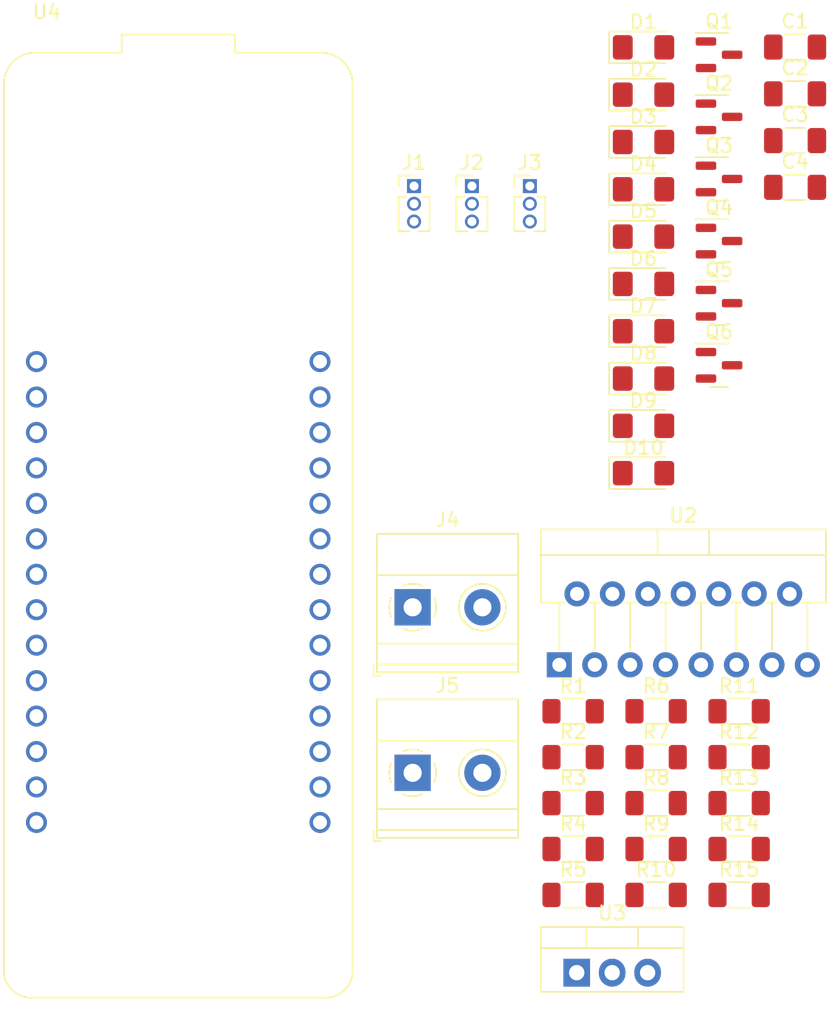
<source format=kicad_pcb>
(kicad_pcb (version 20221018) (generator pcbnew)
  (layers (0 "F.Cu" signal) (31 "B.Cu" signal) (34 "B.Paste" user) (35 "F.Paste" user) (36 "B.SilkS" user "B.Silkscreen") (37 "F.SilkS" user "F.Silkscreen") (38 "B.Mask" user) (39 "F.Mask" user) (44 "Edge.Cuts" user))
  (net 0 "")
  (net 1 "+5V")
  (net 2 "Earth")
  (net 3 "+12V")
  (net 4 "/Vin")
  (net 5 "Net-(J5-Pin_2)")
  (net 6 "+3V3")
  (net 7 "/S3_IN")
  (net 8 "/S4_IN")
  (net 9 "/S5_IN")
  (net 10 "Net-(D7-A)")
  (net 11 "Net-(D10-K)")
  (net 12 "Net-(J1-Pin_1)")
  (net 13 "Net-(J1-Pin_2)")
  (net 14 "Net-(J2-Pin_1)")
  (net 15 "Net-(J2-Pin_2)")
  (net 16 "Net-(J3-Pin_1)")
  (net 17 "Net-(J3-Pin_2)")
  (net 18 "Net-(Q1-B)")
  (net 19 "Net-(Q2-B)")
  (net 20 "Net-(Q3-B)")
  (net 21 "Net-(Q4-B)")
  (net 22 "Net-(Q4-C)")
  (net 23 "Net-(Q5-B)")
  (net 24 "Net-(Q5-C)")
  (net 25 "Net-(Q6-B)")
  (net 26 "Net-(Q6-C)")
  (net 27 "/S3_EN")
  (net 28 "/S4_EN")
  (net 29 "/S5_EN")
  (net 36 "/D2_IN")
  (net 37 "/D_EN")
  (net 38 "/D1_IN")
  (net 59 "/S1_EN")
  (footprint "Package_TO_SOT_SMD:SOT-23" (layer "F.Cu") (at 176.56 91.45)
    (fp_text reference "Q6" (at 0 -2.4) (layer "F.SilkS"))
    (fp_text value "2N3904")
    (fp_line (start 0 -1.56) (end -1.675 -1.56) (stroke (width 0.12)) (layer "F.SilkS"))
    (fp_line (start 0 -1.56) (end 0.65 -1.56) (stroke (width 0.12)) (layer "F.SilkS"))
    (fp_line (start 0 1.56) (end -0.65 1.56) (stroke (width 0.12)) (layer "F.SilkS"))
    (fp_line (start 0 1.56) (end 0.65 1.56) (stroke (width 0.12)) (layer "F.SilkS"))
    (pad "1" smd roundrect (at -0.9375 -0.95) (size 1.475 0.6) (layers "F.Cu" "F.Paste" "F.Mask") (net 2 "Earth"))
    (pad "2" smd roundrect (at -0.9375 0.95) (size 1.475 0.6) (layers "F.Cu" "F.Paste" "F.Mask") (net 25 "Net-(Q6-B)"))
    (pad "3" smd roundrect (at 0.9375 0) (size 1.475 0.6) (layers "F.Cu" "F.Paste" "F.Mask") (net 26 "Net-(Q6-C)"))
  )
  (footprint "Diode_SMD:D_1206_3216Metric_Pad1.42x1.75mm_HandSolder" (layer "F.Cu") (at 171.145 72.06)
    (fp_text reference "D2" (at 0 -1.82) (layer "F.SilkS"))
    (fp_text value "1N5711UR")
    (fp_line (start -2.46 -1.135) (end -2.46 1.135) (stroke (width 0.12)) (layer "F.SilkS"))
    (fp_line (start -2.46 1.135) (end 1.6 1.135) (stroke (width 0.12)) (layer "F.SilkS"))
    (fp_line (start 1.6 -1.135) (end -2.46 -1.135) (stroke (width 0.12)) (layer "F.SilkS"))
    (pad "1" smd roundrect (at -1.4875 0) (size 1.425 1.75) (layers "F.Cu" "F.Paste" "F.Mask") (roundrect_rratio 0.175439) (net 7 "/S3_IN"))
    (pad "2" smd roundrect (at 1.4875 0) (size 1.425 1.75) (layers "F.Cu" "F.Paste" "F.Mask") (roundrect_rratio 0.175439) (net 2 "Earth"))
  )
  (footprint "Capacitor_SMD:C_1206_3216Metric_Pad1.33x1.80mm_HandSolder" (layer "F.Cu") (at 182.01 68.65)
    (fp_text reference "C1" (at 0 -1.85) (layer "F.SilkS"))
    (fp_text value "0.1u")
    (fp_line (start -0.711252 -0.91) (end 0.711252 -0.91) (stroke (width 0.12)) (layer "F.SilkS"))
    (fp_line (start -0.711252 0.91) (end 0.711252 0.91) (stroke (width 0.12)) (layer "F.SilkS"))
    (pad "1" smd roundrect (at -1.5625 0) (size 1.325 1.8) (layers "F.Cu" "F.Paste" "F.Mask") (roundrect_rratio 0.188679) (net 1 "+5V"))
    (pad "2" smd roundrect (at 1.5625 0) (size 1.325 1.8) (layers "F.Cu" "F.Paste" "F.Mask") (roundrect_rratio 0.188679) (net 2 "Earth"))
  )
  (footprint "Capacitor_SMD:C_1206_3216Metric_Pad1.33x1.80mm_HandSolder" (layer "F.Cu") (at 182.01 72)
    (fp_text reference "C2" (at 0 -1.85) (layer "F.SilkS"))
    (fp_text value "0.1u")
    (fp_line (start -0.711252 -0.91) (end 0.711252 -0.91) (stroke (width 0.12)) (layer "F.SilkS"))
    (fp_line (start -0.711252 0.91) (end 0.711252 0.91) (stroke (width 0.12)) (layer "F.SilkS"))
    (pad "1" smd roundrect (at -1.5625 0) (size 1.325 1.8) (layers "F.Cu" "F.Paste" "F.Mask") (roundrect_rratio 0.188679) (net 3 "+12V"))
    (pad "2" smd roundrect (at 1.5625 0) (size 1.325 1.8) (layers "F.Cu" "F.Paste" "F.Mask") (roundrect_rratio 0.188679) (net 2 "Earth"))
  )
  (footprint "Resistor_SMD:R_1206_3216Metric_Pad1.30x1.75mm_HandSolder" (layer "F.Cu") (at 166.1 119.53)
    (fp_text reference "R2" (at 0 -1.82) (layer "F.SilkS"))
    (fp_text value "3.3k")
    (fp_line (start -0.727064 -0.91) (end 0.727064 -0.91) (stroke (width 0.12)) (layer "F.SilkS"))
    (fp_line (start -0.727064 0.91) (end 0.727064 0.91) (stroke (width 0.12)) (layer "F.SilkS"))
    (pad "1" smd roundrect (at -1.55 0) (size 1.3 1.75) (layers "F.Cu" "F.Paste" "F.Mask") (roundrect_rratio 0.192308) (net 7 "/S3_IN"))
    (pad "2" smd roundrect (at 1.55 0) (size 1.3 1.75) (layers "F.Cu" "F.Paste" "F.Mask") (roundrect_rratio 0.192308) (net 2 "Earth"))
  )
  (footprint "Resistor_SMD:R_1206_3216Metric_Pad1.30x1.75mm_HandSolder" (layer "F.Cu") (at 172.05 122.82)
    (fp_text reference "R8" (at 0 -1.82) (layer "F.SilkS"))
    (fp_text value "4.7k")
    (fp_line (start -0.727064 -0.91) (end 0.727064 -0.91) (stroke (width 0.12)) (layer "F.SilkS"))
    (fp_line (start -0.727064 0.91) (end 0.727064 0.91) (stroke (width 0.12)) (layer "F.SilkS"))
    (pad "1" smd roundrect (at -1.55 0) (size 1.3 1.75) (layers "F.Cu" "F.Paste" "F.Mask") (roundrect_rratio 0.192308) (net 24 "Net-(Q5-C)"))
    (pad "2" smd roundrect (at 1.55 0) (size 1.3 1.75) (layers "F.Cu" "F.Paste" "F.Mask") (roundrect_rratio 0.192308) (net 19 "Net-(Q2-B)"))
  )
  (footprint "Package_TO_SOT_SMD:SOT-23" (layer "F.Cu") (at 176.56 87)
    (fp_text reference "Q5" (at 0 -2.4) (layer "F.SilkS"))
    (fp_text value "2N3904")
    (fp_line (start 0 -1.56) (end -1.675 -1.56) (stroke (width 0.12)) (layer "F.SilkS"))
    (fp_line (start 0 -1.56) (end 0.65 -1.56) (stroke (width 0.12)) (layer "F.SilkS"))
    (fp_line (start 0 1.56) (end -0.65 1.56) (stroke (width 0.12)) (layer "F.SilkS"))
    (fp_line (start 0 1.56) (end 0.65 1.56) (stroke (width 0.12)) (layer "F.SilkS"))
    (pad "1" smd roundrect (at -0.9375 -0.95) (size 1.475 0.6) (layers "F.Cu" "F.Paste" "F.Mask") (net 2 "Earth"))
    (pad "2" smd roundrect (at -0.9375 0.95) (size 1.475 0.6) (layers "F.Cu" "F.Paste" "F.Mask") (net 23 "Net-(Q5-B)"))
    (pad "3" smd roundrect (at 0.9375 0) (size 1.475 0.6) (layers "F.Cu" "F.Paste" "F.Mask") (net 24 "Net-(Q5-C)"))
  )
  (footprint "Diode_SMD:D_1206_3216Metric_Pad1.42x1.75mm_HandSolder" (layer "F.Cu") (at 171.145 95.79)
    (fp_text reference "D9" (at 0 -1.82) (layer "F.SilkS"))
    (fp_text value "1N4007")
    (fp_line (start -2.46 -1.135) (end -2.46 1.135) (stroke (width 0.12)) (layer "F.SilkS"))
    (fp_line (start -2.46 1.135) (end 1.6 1.135) (stroke (width 0.12)) (layer "F.SilkS"))
    (fp_line (start 1.6 -1.135) (end -2.46 -1.135) (stroke (width 0.12)) (layer "F.SilkS"))
    (pad "1" smd roundrect (at -1.4875 0) (size 1.425 1.75) (layers "F.Cu" "F.Paste" "F.Mask") (roundrect_rratio 0.175439) (net 3 "+12V"))
    (pad "2" smd roundrect (at 1.4875 0) (size 1.425 1.75) (layers "F.Cu" "F.Paste" "F.Mask") (roundrect_rratio 0.175439) (net 11 "Net-(D10-K)"))
  )
  (footprint "SimbolosSnapEDA:BOARD_ARDUINO_MKR_WAN_1310" (layer "F.Cu") (at 137.8 102.9)
    (fp_text reference "U4" (at -9.425 -36.775) (layer "F.SilkS"))
    (fp_text value "ARDUINO_MKR_WAN_1310")
    (fp_line (start -12.5 -31.6) (end -12.5 32.15) (stroke (width 0.127)) (layer "F.SilkS"))
    (fp_line (start -10.25 33.85) (end 10.25 33.85) (stroke (width 0.127)) (layer "F.SilkS"))
    (fp_line (start -4.05 -35.15) (end -4.05 -33.85) (stroke (width 0.127)) (layer "F.SilkS"))
    (fp_line (start -4.05 -33.85) (end -10.25 -33.85) (stroke (width 0.127)) (layer "F.SilkS"))
    (fp_line (start 4.05 -35.15) (end -4.05 -35.15) (stroke (width 0.127)) (layer "F.SilkS"))
    (fp_line (start 4.05 -33.85) (end 4.05 -35.15) (stroke (width 0.127)) (layer "F.SilkS"))
    (fp_line (start 10.25 -33.85) (end 4.05 -33.85) (stroke (width 0.127)) (layer "F.SilkS"))
    (fp_line (start 10.25 -33.85) (end 10.3 -33.85) (stroke (width 0.127)) (layer "F.SilkS"))
    (fp_line (start 12.5 32.15) (end 12.5 -31.6) (stroke (width 0.127)) (layer "F.SilkS"))
    (fp_arc (start -12.5 -31.6) (mid -11.84099 -33.19099) (end -10.25 -33.85) (stroke (width 0.127)) (layer "F.SilkS"))
    (fp_arc (start -10.25 33.85) (mid -11.727082 33.46599) (end -12.5 32.15) (stroke (width 0.127)) (layer "F.SilkS"))
    (fp_arc (start 10.25 -33.85) (mid 11.84099 -33.19099) (end 12.5 -31.6) (stroke (width 0.127)) (layer "F.SilkS"))
    (fp_arc (start 12.5 32.15) (mid 11.727082 33.46599) (end 10.25 33.85) (stroke (width 0.127)) (layer "F.SilkS"))
    (pad "" np_thru_hole circle (at -10.25 -31.6) (size 2.2 2.2) (drill 2.2) (layers "*.Cu" "*.Mask"))
    (pad "" np_thru_hole circle (at -10.25 25.4) (size 2.2 2.2) (drill 2.2) (layers "*.Cu" "*.Mask"))
    (pad "" np_thru_hole circle (at 10.25 -31.6) (size 2.2 2.2) (drill 2.2) (layers "*.Cu" "*.Mask"))
    (pad "" np_thru_hole circle (at 10.25 25.4) (size 2.2 2.2) (drill 2.2) (layers "*.Cu" "*.Mask"))
    (pad "J3_1" thru_hole circle (at -10.16 -11.7152) (size 1.508 1.508) (drill 1) (layers "*.Cu" "*.Mask") (net 7 "/S3_IN"))
    (pad "J3_2" thru_hole circle (at -10.16 -9.1752) (size 1.508 1.508) (drill 1) (layers "*.Cu" "*.Mask"))
    (pad "J3_3" thru_hole circle (at -10.16 -6.6352) (size 1.508 1.508) (drill 1) (layers "*.Cu" "*.Mask"))
    (pad "J3_4" thru_hole circle (at -10.16 -4.0952) (size 1.508 1.508) (drill 1) (layers "*.Cu" "*.Mask"))
    (pad "J3_5" thru_hole circle (at -10.16 -1.5552) (size 1.508 1.508) (drill 1) (layers "*.Cu" "*.Mask") (net 8 "/S4_IN"))
    (pad "J3_6" thru_hole circle (at -10.16 0.9848) (size 1.508 1.508) (drill 1) (layers "*.Cu" "*.Mask") (net 9 "/S5_IN"))
    (pad "J3_7" thru_hole circle (at -10.16 3.5248) (size 1.508 1.508) (drill 1) (layers "*.Cu" "*.Mask"))
    (pad "J3_8" thru_hole circle (at -10.16 6.0648) (size 1.508 1.508) (drill 1) (layers "*.Cu" "*.Mask"))
    (pad "J3_9" thru_hole circle (at -10.16 8.6048) (size 1.508 1.508) (drill 1) (layers "*.Cu" "*.Mask") (net 27 "/S3_EN"))
    (pad "J3_10" thru_hole circle (at -10.16 11.1448) (size 1.508 1.508) (drill 1) (layers "*.Cu" "*.Mask"))
    (pad "J3_11" thru_hole circle (at -10.16 13.6848) (size 1.508 1.508) (drill 1) (layers "*.Cu" "*.Mask"))
    (pad "J3_12" thru_hole circle (at -10.16 16.2248) (size 1.508 1.508) (drill 1) (layers "*.Cu" "*.Mask"))
    (pad "J3_13" thru_hole circle (at -10.16 18.7648) (size 1.508 1.508) (drill 1) (layers "*.Cu" "*.Mask"))
    (pad "J3_14" thru_hole circle (at -10.16 21.3048) (size 1.508 1.508) (drill 1) (layers "*.Cu" "*.Mask"))
    (pad "J5_1" thru_hole circle (at 10.16 21.3048) (size 1.508 1.508) (drill 1) (layers "*.Cu" "*.Mask"))
    (pad "J5_2" thru_hole circle (at 10.16 18.7648) (size 1.508 1.508) (drill 1) (layers "*.Cu" "*.Mask"))
    (pad "J5_3" thru_hole circle (at 10.16 16.2248) (size 1.508 1.508) (drill 1) (layers "*.Cu" "*.Mask"))
    (pad "J5_4" thru_hole circle (at 10.16 13.6848) (size 1.508 1.508) (drill 1) (layers "*.Cu" "*.Mask"))
    (pad "J5_5" thru_hole circle (at 10.16 11.1448) (size 1.508 1.508) (drill 1) (layers "*.Cu" "*.Mask"))
    (pad "J5_6" thru_hole circle (at 10.16 8.6048) (size 1.508 1.508) (drill 1) (layers "*.Cu" "*.Mask"))
    (pad "J5_7" thru_hole circle (at 10.16 6.0648) (size 1.508 1.508) (drill 1) (layers "*.Cu" "*.Mask"))
    (pad "J5_8" thru_hole circle (at 10.16 3.5248) (size 1.508 1.508) (drill 1) (layers "*.Cu" "*.Mask"))
    (pad "J5_9" thru_hole circle (at 10.16 0.9848) (size 1.508 1.508) (drill 1) (layers "*.Cu" "*.Mask"))
    (pad "J5_10" thru_hole circle (at 10.16 -1.5552) (size 1.508 1.508) (drill 1) (layers "*.Cu" "*.Mask"))
    (pad "J5_11" thru_hole circle (at 10.16 -4.0952) (size 1.508 1.508) (drill 1) (layers "*.Cu" "*.Mask") (net 2 "Earth"))
    (pad "J5_12" thru_hole circle (at 10.16 -6.6352) (size 1.508 1.508) (drill 1) (layers "*.Cu" "*.Mask") (net 6 "+3V3"))
    (pad "J5_13" thru_hole circle (at 10.16 -9.1752) (size 1.508 1.508) (drill 1) (layers "*.Cu" "*.Mask") (net 4 "/Vin"))
    (pad "J5_14" thru_hole circle (at 10.16 -11.7152) (size 1.508 1.508) (drill 1) (layers "*.Cu" "*.Mask") (net 1 "+5V"))
  )
  (footprint "Resistor_SMD:R_1206_3216Metric_Pad1.30x1.75mm_HandSolder" (layer "F.Cu") (at 172.05 119.53)
    (fp_text reference "R7" (at 0 -1.82) (layer "F.SilkS"))
    (fp_text value "4.7k")
    (fp_line (start -0.727064 -0.91) (end 0.727064 -0.91) (stroke (width 0.12)) (layer "F.SilkS"))
    (fp_line (start -0.727064 0.91) (end 0.727064 0.91) (stroke (width 0.12)) (layer "F.SilkS"))
    (pad "1" smd roundrect (at -1.55 0) (size 1.3 1.75) (layers "F.Cu" "F.Paste" "F.Mask") (roundrect_rratio 0.192308) (net 22 "Net-(Q4-C)"))
    (pad "2" smd roundrect (at 1.55 0) (size 1.3 1.75) (layers "F.Cu" "F.Paste" "F.Mask") (roundrect_rratio 0.192308) (net 18 "Net-(Q1-B)"))
  )
  (footprint "Package_TO_SOT_SMD:SOT-23" (layer "F.Cu") (at 176.56 73.65)
    (fp_text reference "Q2" (at 0 -2.4) (layer "F.SilkS"))
    (fp_text value "2N3906")
    (fp_line (start 0 -1.56) (end -1.675 -1.56) (stroke (width 0.12)) (layer "F.SilkS"))
    (fp_line (start 0 -1.56) (end 0.65 -1.56) (stroke (width 0.12)) (layer "F.SilkS"))
    (fp_line (start 0 1.56) (end -0.65 1.56) (stroke (width 0.12)) (layer "F.SilkS"))
    (fp_line (start 0 1.56) (end 0.65 1.56) (stroke (width 0.12)) (layer "F.SilkS"))
    (pad "1" smd roundrect (at -0.9375 -0.95) (size 1.475 0.6) (layers "F.Cu" "F.Paste" "F.Mask") (net 1 "+5V"))
    (pad "2" smd roundrect (at -0.9375 0.95) (size 1.475 0.6) (layers "F.Cu" "F.Paste" "F.Mask") (net 19 "Net-(Q2-B)"))
    (pad "3" smd roundrect (at 0.9375 0) (size 1.475 0.6) (layers "F.Cu" "F.Paste" "F.Mask") (net 14 "Net-(J2-Pin_1)"))
  )
  (footprint "Connector_PinHeader_1.27mm:PinHeader_1x03_P1.27mm_Vertical" (layer "F.Cu") (at 163 78.61)
    (fp_text reference "J3" (at 0 -1.695) (layer "F.SilkS"))
    (fp_text value "Conn_01x03")
    (fp_line (start -1.11 -0.76) (end 0 -0.76) (stroke (width 0.12)) (layer "F.SilkS"))
    (fp_line (start -1.11 0) (end -1.11 -0.76) (stroke (width 0.12)) (layer "F.SilkS"))
    (fp_line (start -1.11 0.76) (end -1.11 3.235) (stroke (width 0.12)) (layer "F.SilkS"))
    (fp_line (start -1.11 0.76) (end -0.563471 0.76) (stroke (width 0.12)) (layer "F.SilkS"))
    (fp_line (start -1.11 3.235) (end -0.30753 3.235) (stroke (width 0.12)) (layer "F.SilkS"))
    (fp_line (start 0.30753 3.235) (end 1.11 3.235) (stroke (width 0.12)) (layer "F.SilkS"))
    (fp_line (start 0.563471 0.76) (end 1.11 0.76) (stroke (width 0.12)) (layer "F.SilkS"))
    (fp_line (start 1.11 0.76) (end 1.11 3.235) (stroke (width 0.12)) (layer "F.SilkS"))
    (pad "1" thru_hole rect (at 0 0) (size 1 1) (drill 0.65) (layers "*.Cu" "*.Mask") (net 16 "Net-(J3-Pin_1)"))
    (pad "2" thru_hole oval (at 0 1.27) (size 1 1) (drill 0.65) (layers "*.Cu" "*.Mask") (net 17 "Net-(J3-Pin_2)"))
    (pad "3" thru_hole oval (at 0 2.54) (size 1 1) (drill 0.65) (layers "*.Cu" "*.Mask") (net 2 "Earth"))
  )
  (footprint "Connector_PinHeader_1.27mm:PinHeader_1x03_P1.27mm_Vertical" (layer "F.Cu") (at 158.85 78.61)
    (fp_text reference "J2" (at 0 -1.695) (layer "F.SilkS"))
    (fp_text value "Conn_01x03")
    (fp_line (start -1.11 -0.76) (end 0 -0.76) (stroke (width 0.12)) (layer "F.SilkS"))
    (fp_line (start -1.11 0) (end -1.11 -0.76) (stroke (width 0.12)) (layer "F.SilkS"))
    (fp_line (start -1.11 0.76) (end -1.11 3.235) (stroke (width 0.12)) (layer "F.SilkS"))
    (fp_line (start -1.11 0.76) (end -0.563471 0.76) (stroke (width 0.12)) (layer "F.SilkS"))
    (fp_line (start -1.11 3.235) (end -0.30753 3.235) (stroke (width 0.12)) (layer "F.SilkS"))
    (fp_line (start 0.30753 3.235) (end 1.11 3.235) (stroke (width 0.12)) (layer "F.SilkS"))
    (fp_line (start 0.563471 0.76) (end 1.11 0.76) (stroke (width 0.12)) (layer "F.SilkS"))
    (fp_line (start 1.11 0.76) (end 1.11 3.235) (stroke (width 0.12)) (layer "F.SilkS"))
    (pad "1" thru_hole rect (at 0 0) (size 1 1) (drill 0.65) (layers "*.Cu" "*.Mask") (net 14 "Net-(J2-Pin_1)"))
    (pad "2" thru_hole oval (at 0 1.27) (size 1 1) (drill 0.65) (layers "*.Cu" "*.Mask") (net 15 "Net-(J2-Pin_2)"))
    (pad "3" thru_hole oval (at 0 2.54) (size 1 1) (drill 0.65) (layers "*.Cu" "*.Mask") (net 2 "Earth"))
  )
  (footprint "Resistor_SMD:R_1206_3216Metric_Pad1.30x1.75mm_HandSolder" (layer "F.Cu") (at 166.1 116.24)
    (fp_text reference "R1" (at 0 -1.82) (layer "F.SilkS"))
    (fp_text value "1.7k")
    (fp_line (start -0.727064 -0.91) (end 0.727064 -0.91) (stroke (width 0.12)) (layer "F.SilkS"))
    (fp_line (start -0.727064 0.91) (end 0.727064 0.91) (stroke (width 0.12)) (layer "F.SilkS"))
    (pad "1" smd roundrect (at -1.55 0) (size 1.3 1.75) (layers "F.Cu" "F.Paste" "F.Mask") (roundrect_rratio 0.192308) (net 13 "Net-(J1-Pin_2)"))
    (pad "2" smd roundrect (at 1.55 0) (size 1.3 1.75) (layers "F.Cu" "F.Paste" "F.Mask") (roundrect_rratio 0.192308) (net 7 "/S3_IN"))
  )
  (footprint "Diode_SMD:D_1206_3216Metric_Pad1.42x1.75mm_HandSolder" (layer "F.Cu") (at 171.145 82.23)
    (fp_text reference "D5" (at 0 -1.82) (layer "F.SilkS"))
    (fp_text value "1N5711UR")
    (fp_line (start -2.46 -1.135) (end -2.46 1.135) (stroke (width 0.12)) (layer "F.SilkS"))
    (fp_line (start -2.46 1.135) (end 1.6 1.135) (stroke (width 0.12)) (layer "F.SilkS"))
    (fp_line (start 1.6 -1.135) (end -2.46 -1.135) (stroke (width 0.12)) (layer "F.SilkS"))
    (pad "1" smd roundrect (at -1.4875 0) (size 1.425 1.75) (layers "F.Cu" "F.Paste" "F.Mask") (roundrect_rratio 0.175439) (net 6 "+3V3"))
    (pad "2" smd roundrect (at 1.4875 0) (size 1.425 1.75) (layers "F.Cu" "F.Paste" "F.Mask") (roundrect_rratio 0.175439) (net 9 "/S5_IN"))
  )
  (footprint "Diode_SMD:D_1206_3216Metric_Pad1.42x1.75mm_HandSolder" (layer "F.Cu") (at 171.145 89.01)
    (fp_text reference "D7" (at 0 -1.82) (layer "F.SilkS"))
    (fp_text value "1N4007")
    (fp_line (start -2.46 -1.135) (end -2.46 1.135) (stroke (width 0.12)) (layer "F.SilkS"))
    (fp_line (start -2.46 1.135) (end 1.6 1.135) (stroke (width 0.12)) (layer "F.SilkS"))
    (fp_line (start 1.6 -1.135) (end -2.46 -1.135) (stroke (width 0.12)) (layer "F.SilkS"))
    (pad "1" smd roundrect (at -1.4875 0) (size 1.425 1.75) (layers "F.Cu" "F.Paste" "F.Mask") (roundrect_rratio 0.175439) (net 3 "+12V"))
    (pad "2" smd roundrect (at 1.4875 0) (size 1.425 1.75) (layers "F.Cu" "F.Paste" "F.Mask") (roundrect_rratio 0.175439) (net 10 "Net-(D7-A)"))
  )
  (footprint "Diode_SMD:D_1206_3216Metric_Pad1.42x1.75mm_HandSolder" (layer "F.Cu") (at 171.145 92.4)
    (fp_text reference "D8" (at 0 -1.82) (layer "F.SilkS"))
    (fp_text value "1N4007")
    (fp_line (start -2.46 -1.135) (end -2.46 1.135) (stroke (width 0.12)) (layer "F.SilkS"))
    (fp_line (start -2.46 1.135) (end 1.6 1.135) (stroke (width 0.12)) (layer "F.SilkS"))
    (fp_line (start 1.6 -1.135) (end -2.46 -1.135) (stroke (width 0.12)) (layer "F.SilkS"))
    (pad "1" smd roundrect (at -1.4875 0) (size 1.425 1.75) (layers "F.Cu" "F.Paste" "F.Mask") (roundrect_rratio 0.175439) (net 10 "Net-(D7-A)"))
    (pad "2" smd roundrect (at 1.4875 0) (size 1.425 1.75) (layers "F.Cu" "F.Paste" "F.Mask") (roundrect_rratio 0.175439) (net 2 "Earth"))
  )
  (footprint "Resistor_SMD:R_1206_3216Metric_Pad1.30x1.75mm_HandSolder" (layer "F.Cu") (at 172.05 126.11)
    (fp_text reference "R9" (at 0 -1.82) (layer "F.SilkS"))
    (fp_text value "4.7k")
    (fp_line (start -0.727064 -0.91) (end 0.727064 -0.91) (stroke (width 0.12)) (layer "F.SilkS"))
    (fp_line (start -0.727064 0.91) (end 0.727064 0.91) (stroke (width 0.12)) (layer "F.SilkS"))
    (pad "1" smd roundrect (at -1.55 0) (size 1.3 1.75) (layers "F.Cu" "F.Paste" "F.Mask") (roundrect_rratio 0.192308) (net 26 "Net-(Q6-C)"))
    (pad "2" smd roundrect (at 1.55 0) (size 1.3 1.75) (layers "F.Cu" "F.Paste" "F.Mask") (roundrect_rratio 0.192308) (net 20 "Net-(Q3-B)"))
  )
  (footprint "Diode_SMD:D_1206_3216Metric_Pad1.42x1.75mm_HandSolder" (layer "F.Cu") (at 171.145 85.62)
    (fp_text reference "D6" (at 0 -1.82) (layer "F.SilkS"))
    (fp_text value "1N5711UR")
    (fp_line (start -2.46 -1.135) (end -2.46 1.135) (stroke (width 0.12)) (layer "F.SilkS"))
    (fp_line (start -2.46 1.135) (end 1.6 1.135) (stroke (width 0.12)) (layer "F.SilkS"))
    (fp_line (start 1.6 -1.135) (end -2.46 -1.135) (stroke (width 0.12)) (layer "F.SilkS"))
    (pad "1" smd roundrect (at -1.4875 0) (size 1.425 1.75) (layers "F.Cu" "F.Paste" "F.Mask") (roundrect_rratio 0.175439) (net 9 "/S5_IN"))
    (pad "2" smd roundrect (at 1.4875 0) (size 1.425 1.75) (layers "F.Cu" "F.Paste" "F.Mask") (roundrect_rratio 0.175439) (net 2 "Earth"))
  )
  (footprint "Resistor_SMD:R_1206_3216Metric_Pad1.30x1.75mm_HandSolder" (layer "F.Cu") (at 178 116.24)
    (fp_text reference "R11" (at 0 -1.82) (layer "F.SilkS"))
    (fp_text value "10k")
    (fp_line (start -0.727064 -0.91) (end 0.727064 -0.91) (stroke (width 0.12)) (layer "F.SilkS"))
    (fp_line (start -0.727064 0.91) (end 0.727064 0.91) (stroke (width 0.12)) (layer "F.SilkS"))
    (pad "1" smd roundrect (at -1.55 0) (size 1.3 1.75) (layers "F.Cu" "F.Paste" "F.Mask") (roundrect_rratio 0.192308) (net 24 "Net-(Q5-C)"))
    (pad "2" smd roundrect (at 1.55 0) (size 1.3 1.75) (layers "F.Cu" "F.Paste" "F.Mask") (roundrect_rratio 0.192308) (net 6 "+3V3"))
  )
  (footprint "Resistor_SMD:R_1206_3216Metric_Pad1.30x1.75mm_HandSolder" (layer "F.Cu") (at 178 126.11)
    (fp_text reference "R14" (at 0 -1.82) (layer "F.SilkS"))
    (fp_text value "27k")
    (fp_line (start -0.727064 -0.91) (end 0.727064 -0.91) (stroke (width 0.12)) (layer "F.SilkS"))
    (fp_line (start -0.727064 0.91) (end 0.727064 0.91) (stroke (width 0.12)) (layer "F.SilkS"))
    (pad "1" smd roundrect (at -1.55 0) (size 1.3 1.75) (layers "F.Cu" "F.Paste" "F.Mask") (roundrect_rratio 0.192308) (net 23 "Net-(Q5-B)"))
    (pad "2" smd roundrect (at 1.55 0) (size 1.3 1.75) (layers "F.Cu" "F.Paste" "F.Mask") (roundrect_rratio 0.192308) (net 28 "/S4_EN"))
  )
  (footprint "Resistor_SMD:R_1206_3216Metric_Pad1.30x1.75mm_HandSolder" (layer "F.Cu") (at 166.1 126.11)
    (fp_text reference "R4" (at 0 -1.82) (layer "F.SilkS"))
    (fp_text value "3.3k")
    (fp_line (start -0.727064 -0.91) (end 0.727064 -0.91) (stroke (width 0.12)) (layer "F.SilkS"))
    (fp_line (start -0.727064 0.91) (end 0.727064 0.91) (stroke (width 0.12)) (layer "F.SilkS"))
    (pad "1" smd roundrect (at -1.55 0) (size 1.3 1.75) (layers "F.Cu" "F.Paste" "F.Mask") (roundrect_rratio 0.192308) (net 8 "/S4_IN"))
    (pad "2" smd roundrect (at 1.55 0) (size 1.3 1.75) (layers "F.Cu" "F.Paste" "F.Mask") (roundrect_rratio 0.192308) (net 2 "Earth"))
  )
  (footprint "Package_TO_SOT_SMD:SOT-23" (layer "F.Cu") (at 176.56 78.1)
    (fp_text reference "Q3" (at 0 -2.4) (layer "F.SilkS"))
    (fp_text value "2N3906")
    (fp_line (start 0 -1.56) (end -1.675 -1.56) (stroke (width 0.12)) (layer "F.SilkS"))
    (fp_line (start 0 -1.56) (end 0.65 -1.56) (stroke (width 0.12)) (layer "F.SilkS"))
    (fp_line (start 0 1.56) (end -0.65 1.56) (stroke (width 0.12)) (layer "F.SilkS"))
    (fp_line (start 0 1.56) (end 0.65 1.56) (stroke (width 0.12)) (layer "F.SilkS"))
    (pad "1" smd roundrect (at -0.9375 -0.95) (size 1.475 0.6) (layers "F.Cu" "F.Paste" "F.Mask") (net 1 "+5V"))
    (pad "2" smd roundrect (at -0.9375 0.95) (size 1.475 0.6) (layers "F.Cu" "F.Paste" "F.Mask") (net 20 "Net-(Q3-B)"))
    (pad "3" smd roundrect (at 0.9375 0) (size 1.475 0.6) (layers "F.Cu" "F.Paste" "F.Mask") (net 16 "Net-(J3-Pin_1)"))
  )
  (footprint "Diode_SMD:D_1206_3216Metric_Pad1.42x1.75mm_HandSolder" (layer "F.Cu") (at 171.145 68.67)
    (fp_text reference "D1" (at 0 -1.82) (layer "F.SilkS"))
    (fp_text value "1N5711UR")
    (fp_line (start -2.46 -1.135) (end -2.46 1.135) (stroke (width 0.12)) (layer "F.SilkS"))
    (fp_line (start -2.46 1.135) (end 1.6 1.135) (stroke (width 0.12)) (layer "F.SilkS"))
    (fp_line (start 1.6 -1.135) (end -2.46 -1.135) (stroke (width 0.12)) (layer "F.SilkS"))
    (pad "1" smd roundrect (at -1.4875 0) (size 1.425 1.75) (layers "F.Cu" "F.Paste" "F.Mask") (roundrect_rratio 0.175439) (net 6 "+3V3"))
    (pad "2" smd roundrect (at 1.4875 0) (size 1.425 1.75) (layers "F.Cu" "F.Paste" "F.Mask") (roundrect_rratio 0.175439) (net 7 "/S3_IN"))
  )
  (footprint "Diode_SMD:D_1206_3216Metric_Pad1.42x1.75mm_HandSolder" (layer "F.Cu") (at 171.145 78.84)
    (fp_text reference "D4" (at 0 -1.82) (layer "F.SilkS"))
    (fp_text value "1N5711UR")
    (fp_line (start -2.46 -1.135) (end -2.46 1.135) (stroke (width 0.12)) (layer "F.SilkS"))
    (fp_line (start -2.46 1.135) (end 1.6 1.135) (stroke (width 0.12)) (layer "F.SilkS"))
    (fp_line (start 1.6 -1.135) (end -2.46 -1.135) (stroke (width 0.12)) (layer "F.SilkS"))
    (pad "1" smd roundrect (at -1.4875 0) (size 1.425 1.75) (layers "F.Cu" "F.Paste" "F.Mask") (roundrect_rratio 0.175439) (net 8 "/S4_IN"))
    (pad "2" smd roundrect (at 1.4875 0) (size 1.425 1.75) (layers "F.Cu" "F.Paste" "F.Mask") (roundrect_rratio 0.175439) (net 2 "Earth"))
  )
  (footprint "Resistor_SMD:R_1206_3216Metric_Pad1.30x1.75mm_HandSolder" (layer "F.Cu") (at 166.1 122.82)
    (fp_text reference "R3" (at 0 -1.82) (layer "F.SilkS"))
    (fp_text value "1.7k")
    (fp_line (start -0.727064 -0.91) (end 0.727064 -0.91) (stroke (width 0.12)) (layer "F.SilkS"))
    (fp_line (start -0.727064 0.91) (end 0.727064 0.91) (stroke (width 0.12)) (layer "F.SilkS"))
    (pad "1" smd roundrect (at -1.55 0) (size 1.3 1.75) (layers "F.Cu" "F.Paste" "F.Mask") (roundrect_rratio 0.192308) (net 15 "Net-(J2-Pin_2)"))
    (pad "2" smd roundrect (at 1.55 0) (size 1.3 1.75) (layers "F.Cu" "F.Paste" "F.Mask") (roundrect_rratio 0.192308) (net 8 "/S4_IN"))
  )
  (footprint "Resistor_SMD:R_1206_3216Metric_Pad1.30x1.75mm_HandSolder" (layer "F.Cu") (at 178 129.4)
    (fp_text reference "R15" (at 0 -1.82) (layer "F.SilkS"))
    (fp_text value "27k")
    (fp_line (start -0.727064 -0.91) (end 0.727064 -0.91) (stroke (width 0.12)) (layer "F.SilkS"))
    (fp_line (start -0.727064 0.91) (end 0.727064 0.91) (stroke (width 0.12)) (layer "F.SilkS"))
    (pad "1" smd roundrect (at -1.55 0) (size 1.3 1.75) (layers "F.Cu" "F.Paste" "F.Mask") (roundrect_rratio 0.192308) (net 25 "Net-(Q6-B)"))
    (pad "2" smd roundrect (at 1.55 0) (size 1.3 1.75) (layers "F.Cu" "F.Paste" "F.Mask") (roundrect_rratio 0.192308) (net 29 "/S5_EN"))
  )
  (footprint "Capacitor_SMD:C_1206_3216Metric_Pad1.33x1.80mm_HandSolder" (layer "F.Cu") (at 182.01 78.7)
    (fp_text reference "C4" (at 0 -1.85) (layer "F.SilkS"))
    (fp_text value "0.33u")
    (fp_line (start -0.711252 -0.91) (end 0.711252 -0.91) (stroke (width 0.12)) (layer "F.SilkS"))
    (fp_line (start -0.711252 0.91) (end 0.711252 0.91) (stroke (width 0.12)) (layer "F.SilkS"))
    (pad "1" smd roundrect (at -1.5625 0) (size 1.325 1.8) (layers "F.Cu" "F.Paste" "F.Mask") (roundrect_rratio 0.188679) (net 5 "Net-(J5-Pin_2)"))
    (pad "2" smd roundrect (at 1.5625 0) (size 1.325 1.8) (layers "F.Cu" "F.Paste" "F.Mask") (roundrect_rratio 0.188679) (net 2 "Earth"))
  )
  (footprint "Package_TO_SOT_THT:TO-220-3_Vertical" (layer "F.Cu") (at 166.36 134.97)
    (fp_text reference "U3" (at 2.54 -4.27) (layer "F.SilkS"))
    (fp_text value "L7805")
    (fp_line (start -2.58 -3.27) (end -2.58 1.371) (stroke (width 0.12)) (layer "F.SilkS"))
    (fp_line (start -2.58 -3.27) (end 7.66 -3.27) (stroke (width 0.12)) (layer "F.SilkS"))
    (fp_line (start -2.58 -1.76) (end 7.66 -1.76) (stroke (width 0.12)) (layer "F.SilkS"))
    (fp_line (start -2.58 1.371) (end 7.66 1.371) (stroke (width 0.12)) (layer "F.SilkS"))
    (fp_line (start 0.69 -3.27) (end 0.69 -1.76) (stroke (width 0.12)) (layer "F.SilkS"))
    (fp_line (start 4.391 -3.27) (end 4.391 -1.76) (stroke (width 0.12)) (layer "F.SilkS"))
    (fp_line (start 7.66 -3.27) (end 7.66 1.371) (stroke (width 0.12)) (layer "F.SilkS"))
    (pad "1" thru_hole rect (at 0 0) (size 1.905 2) (drill 1.1) (layers "*.Cu" "*.Mask") (net 5 "Net-(J5-Pin_2)"))
    (pad "2" thru_hole oval (at 2.54 0) (size 1.905 2) (drill 1.1) (layers "*.Cu" "*.Mask") (net 2 "Earth"))
    (pad "3" thru_hole oval (at 5.08 0) (size 1.905 2) (drill 1.1) (layers "*.Cu" "*.Mask") (net 4 "/Vin"))
  )
  (footprint "Resistor_SMD:R_1206_3216Metric_Pad1.30x1.75mm_HandSolder" (layer "F.Cu") (at 172.05 129.4)
    (fp_text reference "R10" (at 0 -1.82) (layer "F.SilkS"))
    (fp_text value "10k")
    (fp_line (start -0.727064 -0.91) (end 0.727064 -0.91) (stroke (width 0.12)) (layer "F.SilkS"))
    (fp_line (start -0.727064 0.91) (end 0.727064 0.91) (stroke (width 0.12)) (layer "F.SilkS"))
    (pad "1" smd roundrect (at -1.55 0) (size 1.3 1.75) (layers "F.Cu" "F.Paste" "F.Mask") (roundrect_rratio 0.192308) (net 22 "Net-(Q4-C)"))
    (pad "2" smd roundrect (at 1.55 0) (size 1.3 1.75) (layers "F.Cu" "F.Paste" "F.Mask") (roundrect_rratio 0.192308) (net 6 "+3V3"))
  )
  (footprint "Capacitor_SMD:C_1206_3216Metric_Pad1.33x1.80mm_HandSolder" (layer "F.Cu") (at 182.01 75.35)
    (fp_text reference "C3" (at 0 -1.85) (layer "F.SilkS"))
    (fp_text value "0.1u")
    (fp_line (start -0.711252 -0.91) (end 0.711252 -0.91) (stroke (width 0.12)) (layer "F.SilkS"))
    (fp_line (start -0.711252 0.91) (end 0.711252 0.91) (stroke (width 0.12)) (layer "F.SilkS"))
    (pad "1" smd roundrect (at -1.5625 0) (size 1.325 1.8) (layers "F.Cu" "F.Paste" "F.Mask") (roundrect_rratio 0.188679) (net 4 "/Vin"))
    (pad "2" smd roundrect (at 1.5625 0) (size 1.325 1.8) (layers "F.Cu" "F.Paste" "F.Mask") (roundrect_rratio 0.188679) (net 2 "Earth"))
  )
  (footprint "Diode_SMD:D_1206_3216Metric_Pad1.42x1.75mm_HandSolder" (layer "F.Cu") (at 171.145 75.45)
    (fp_text reference "D3" (at 0 -1.82) (layer "F.SilkS"))
    (fp_text value "1N5711UR")
    (fp_line (start -2.46 -1.135) (end -2.46 1.135) (stroke (width 0.12)) (layer "F.SilkS"))
    (fp_line (start -2.46 1.135) (end 1.6 1.135) (stroke (width 0.12)) (layer "F.SilkS"))
    (fp_line (start 1.6 -1.135) (end -2.46 -1.135) (stroke (width 0.12)) (layer "F.SilkS"))
    (pad "1" smd roundrect (at -1.4875 0) (size 1.425 1.75) (layers "F.Cu" "F.Paste" "F.Mask") (roundrect_rratio 0.175439) (net 6 "+3V3"))
    (pad "2" smd roundrect (at 1.4875 0) (size 1.425 1.75) (layers "F.Cu" "F.Paste" "F.Mask") (roundrect_rratio 0.175439) (net 8 "/S4_IN"))
  )
  (footprint "Package_TO_SOT_THT:TO-220-15_P2.54x2.54mm_StaggerOdd_Lead4.58mm_Vertical" (layer "F.Cu") (at 165.11 112.91)
    (fp_text reference "U2" (at 8.89 -10.7) (layer "F.SilkS"))
    (fp_text value "L298HN")
    (fp_line (start -1.33 -9.7) (end -1.33 -4.459) (stroke (width 0.12)) (layer "F.SilkS"))
    (fp_line (start -1.33 -9.7) (end 19.11 -9.7) (stroke (width 0.12)) (layer "F.SilkS"))
    (fp_line (start -1.33 -7.86) (end 19.11 -7.86) (stroke (width 0.12)) (layer "F.SilkS"))
    (fp_line (start -1.33 -4.459) (end 0.346 -4.459) (stroke (width 0.12)) (layer "F.SilkS"))
    (fp_line (start 0 -4.459) (end 0 -1.05) (stroke (width 0.12)) (layer "F.SilkS"))
    (fp_line (start 2.195 -4.459) (end 2.886 -4.459) (stroke (width 0.12)) (layer "F.SilkS"))
    (fp_line (start 2.54 -4.459) (end 2.54 -1.065) (stroke (width 0.12)) (layer "F.SilkS"))
    (fp_line (start 4.735 -4.459) (end 5.426 -4.459) (stroke (width 0.12)) (layer "F.SilkS"))
    (fp_line (start 5.08 -4.459) (end 5.08 -1.065) (stroke (width 0.12)) (layer "F.SilkS"))
    (fp_line (start 7.041 -9.7) (end 7.041 -7.86) (stroke (width 0.12)) (layer "F.SilkS"))
    (fp_line (start 7.275 -4.459) (end 7.966 -4.459) (stroke (width 0.12)) (layer "F.SilkS"))
    (fp_line (start 7.62 -4.459) (end 7.62 -1.065) (stroke (width 0.12)) (layer "F.SilkS"))
    (fp_line (start 9.815 -4.459) (end 10.506 -4.459) (stroke (width 0.12)) (layer "F.SilkS"))
    (fp_line (start 10.16 -4.459) (end 10.16 -1.065) (stroke (width 0.12)) (layer "F.SilkS"))
    (fp_line (start 10.74 -9.7) (end 10.74 -7.86) (stroke (width 0.12)) (layer "F.SilkS"))
    (fp_line (start 12.355 -4.459) (end 13.046 -4.459) (stroke (width 0.12)) (layer "F.SilkS"))
    (fp_line (start 12.7 -4.459) (end 12.7 -1.065) (stroke (width 0.12)) (layer "F.SilkS"))
    (fp_line (start 14.895 -4.459) (end 15.586 -4.459) (stroke (width 0.12)) (layer "F.SilkS"))
    (fp_line (start 15.24 -4.459) (end 15.24 -1.065) (stroke (width 0.12)) (layer "F.SilkS"))
    (fp_line (start 17.435 -4.459) (end 19.11 -4.459) (stroke (width 0.12)) (layer "F.SilkS"))
    (fp_line (start 17.78 -4.459) (end 17.78 -1.065) (stroke (width 0.12)) (layer "F.SilkS"))
    (fp_line (start 19.11 -9.7) (end 19.11 -4.459) (stroke (width 0.12)) (layer "F.SilkS"))
    (pad "1" thru_hole rect (at 0 0) (size 1.8 1.8) (drill 1) (layers "*.Cu" "*.Mask"))
    (pad "2" thru_hole oval (at 1.27 -5.08) (size 1.8 1.8) (drill 1) (layers "*.Cu" "*.Mask"))
    (pad "3" thru_hole oval (at 2.54 0) (size 1.8 1.8) (drill 1) (layers "*.Cu" "*.Mask"))
    (pad "4" thru_hole oval (at 3.81 -5.08) (size 1.8 1.8) (drill 1) (layers "*.Cu" "*.Mask") (net 3 "+12V"))
    (pad "5" thru_hole oval (at 5.08 0) (size 1.8 1.8) (drill 1) (layers "*.Cu" "*.Mask"))
    (pad "6" thru_hole oval (at 6.35 -5.08) (size 1.8 1.8) (drill 1) (layers "*.Cu" "*.Mask"))
    (pad "7" thru_hole oval (at 7.62 0) (size 1.8 1.8) (drill 1) (layers "*.Cu" "*.Mask"))
    (pad "8" thru_hole oval (at 8.89 -5.08) (size 1.8 1.8) (drill 1) (layers "*.Cu" "*.Mask") (net 2 "Earth"))
    (pad "9" thru_hole oval (at 10.16 0) (size 1.8 1.8) (drill 1) (layers "*.Cu" "*.Mask") (net 1 "+5V"))
    (pad "10" thru_hole oval (at 11.43 -5.08) (size 1.8 1.8) (drill 1) (layers "*.Cu" "*.Mask") (net 36 "/D2_IN"))
    (pad "11" thru_hole oval (at 12.7 0) (size 1.8 1.8) (drill 1) (layers "*.Cu" "*.Mask") (net 37 "/D_EN"))
    (pad "12" thru_hole oval (at 13.97 -5.08) (size 1.8 1.8) (drill 1) (layers "*.Cu" "*.Mask") (net 38 "/D1_IN"))
    (pad "13" thru_hole oval (at 15.24 0) (size 1.8 1.8) (drill 1) (layers "*.Cu" "*.Mask") (net 11 "Net-(D10-K)"))
    (pad "14" thru_hole oval (at 16.51 -5.08) (size 1.8 1.8) (drill 1) (layers "*.Cu" "*.Mask") (net 10 "Net-(D7-A)"))
    (pad "15" thru_hole oval (at 17.78 0) (size 1.8 1.8) (drill 1) (layers "*.Cu" "*.Mask") (net 2 "Earth"))
  )
  (footprint "Resistor_SMD:R_1206_3216Metric_Pad1.30x1.75mm_HandSolder" (layer "F.Cu") (at 172.05 116.24)
    (fp_text reference "R6" (at 0 -1.82) (layer "F.SilkS"))
    (fp_text value "3.3k")
    (fp_line (start -0.727064 -0.91) (end 0.727064 -0.91) (stroke (width 0.12)) (layer "F.SilkS"))
    (fp_line (start -0.727064 0.91) (end 0.727064 0.91) (stroke (width 0.12)) (layer "F.SilkS"))
    (pad "1" smd roundrect (at -1.55 0) (size 1.3 1.75) (layers "F.Cu" "F.Paste" "F.Mask") (roundrect_rratio 0.192308) (net 9 "/S5_IN"))
    (pad "2" smd roundrect (at 1.55 0) (size 1.3 1.75) (layers "F.Cu" "F.Paste" "F.Mask") (roundrect_rratio 0.192308) (net 2 "Earth"))
  )
  (footprint "Package_TO_SOT_SMD:SOT-23" (layer "F.Cu") (at 176.56 69.2)
    (fp_text reference "Q1" (at 0 -2.4) (layer "F.SilkS"))
    (fp_text value "2N3906")
    (fp_line (start 0 -1.56) (end -1.675 -1.56) (stroke (width 0.12)) (layer "F.SilkS"))
    (fp_line (start 0 -1.56) (end 0.65 -1.56) (stroke (width 0.12)) (layer "F.SilkS"))
    (fp_line (start 0 1.56) (end -0.65 1.56) (stroke (width 0.12)) (layer "F.SilkS"))
    (fp_line (start 0 1.56) (end 0.65 1.56) (stroke (width 0.12)) (layer "F.SilkS"))
    (pad "1" smd roundrect (at -0.9375 -0.95) (size 1.475 0.6) (layers "F.Cu" "F.Paste" "F.Mask") (net 1 "+5V"))
    (pad "2" smd roundrect (at -0.9375 0.95) (size 1.475 0.6) (layers "F.Cu" "F.Paste" "F.Mask") (net 18 "Net-(Q1-B)"))
    (pad "3" smd roundrect (at 0.9375 0) (size 1.475 0.6) (layers "F.Cu" "F.Paste" "F.Mask") (net 12 "Net-(J1-Pin_1)"))
  )
  (footprint "TerminalBlock_Phoenix:TerminalBlock_Phoenix_MKDS-1,5-2_1x02_P5.00mm_Horizontal" (layer "F.Cu") (at 154.6 108.79)
    (fp_text reference "J4" (at 2.5 -6.26) (layer "F.SilkS"))
    (fp_text value "Screw_Terminal_01x02")
    (fp_line (start -2.8 4.16) (end -2.8 4.9) (stroke (width 0.12)) (layer "F.SilkS"))
    (fp_line (start -2.8 4.9) (end -2.3 4.9) (stroke (width 0.12)) (layer "F.SilkS"))
    (fp_line (start -2.56 -5.261) (end -2.56 4.66) (stroke (width 0.12)) (layer "F.SilkS"))
    (fp_line (start -2.56 -5.261) (end 7.56 -5.261) (stroke (width 0.12)) (layer "F.SilkS"))
    (fp_line (start -2.56 -2.301) (end 7.56 -2.301) (stroke (width 0.12)) (layer "F.SilkS"))
    (fp_line (start -2.56 2.6) (end 7.56 2.6) (stroke (width 0.12)) (layer "F.SilkS"))
    (fp_line (start -2.56 4.1) (end 7.56 4.1) (stroke (width 0.12)) (layer "F.SilkS"))
    (fp_line (start -2.56 4.66) (end 7.56 4.66) (stroke (width 0.12)) (layer "F.SilkS"))
    (fp_line (start 3.773 1.023) (end 3.726 1.069) (stroke (width 0.12)) (layer "F.SilkS"))
    (fp_line (start 3.966 1.239) (end 3.931 1.274) (stroke (width 0.12)) (layer "F.SilkS"))
    (fp_line (start 6.07 -1.275) (end 6.035 -1.239) (stroke (width 0.12)) (layer "F.SilkS"))
    (fp_line (start 6.275 -1.069) (end 6.228 -1.023) (stroke (width 0.12)) (layer "F.SilkS"))
    (fp_line (start 7.56 -5.261) (end 7.56 4.66) (stroke (width 0.12)) (layer "F.SilkS"))
    (fp_arc (start -1.535427 0.683042) (mid -1.680501 -0.000524) (end -1.535 -0.684) (stroke (width 0.12)) (layer "F.SilkS"))
    (fp_arc (start -0.683042 -1.535427) (mid 0.000524 -1.680501) (end 0.684 -1.535) (stroke (width 0.12)) (layer "F.SilkS"))
    (fp_arc (start 0.028805 1.680253) (mid -0.335551 1.646659) (end -0.684 1.535) (stroke (width 0.12)) (layer "F.SilkS"))
    (fp_arc (start 0.683318 1.534756) (mid 0.349292 1.643288) (end 0 1.68) (stroke (width 0.12)) (layer "F.SilkS"))
    (fp_arc (start 1.535427 -0.683042) (mid 1.680501 0.000524) (end 1.535 0.684) (stroke (width 0.12)) (layer "F.SilkS"))
    (fp_circle (center 5 0) (end 6.68 0) (stroke (width 0.12)) (fill none) (layer "F.SilkS"))
    (pad "1" thru_hole rect (at 0 0) (size 2.6 2.6) (drill 1.3) (layers "*.Cu" "*.Mask") (net 11 "Net-(D10-K)"))
    (pad "2" thru_hole circle (at 5 0) (size 2.6 2.6) (drill 1.3) (layers "*.Cu" "*.Mask") (net 10 "Net-(D7-A)"))
  )
  (footprint "Resistor_SMD:R_1206_3216Metric_Pad1.30x1.75mm_HandSolder" (layer "F.Cu") (at 178 119.53)
    (fp_text reference "R12" (at 0 -1.82) (layer "F.SilkS"))
    (fp_text value "10k")
    (fp_line (start -0.727064 -0.91) (end 0.727064 -0.91) (stroke (width 0.12)) (layer "F.SilkS"))
    (fp_line (start -0.727064 0.91) (end 0.727064 0.91) (stroke (width 0.12)) (layer "F.SilkS"))
    (pad "1" smd roundrect (at -1.55 0) (size 1.3 1.75) (layers "F.Cu" "F.Paste" "F.Mask") (roundrect_rratio 0.192308) (net 26 "Net-(Q6-C)"))
    (pad "2" smd roundrect (at 1.55 0) (size 1.3 1.75) (layers "F.Cu" "F.Paste" "F.Mask") (roundrect_rratio 0.192308) (net 6 "+3V3"))
  )
  (footprint "Diode_SMD:D_1206_3216Metric_Pad1.42x1.75mm_HandSolder" (layer "F.Cu") (at 171.145 99.18)
    (fp_text reference "D10" (at 0 -1.82) (layer "F.SilkS"))
    (fp_text value "1N4007")
    (fp_line (start -2.46 -1.135) (end -2.46 1.135) (stroke (width 0.12)) (layer "F.SilkS"))
    (fp_line (start -2.46 1.135) (end 1.6 1.135) (stroke (width 0.12)) (layer "F.SilkS"))
    (fp_line (start 1.6 -1.135) (end -2.46 -1.135) (stroke (width 0.12)) (layer "F.SilkS"))
    (pad "1" smd roundrect (at -1.4875 0) (size 1.425 1.75) (layers "F.Cu" "F.Paste" "F.Mask") (roundrect_rratio 0.175439) (net 11 "Net-(D10-K)"))
    (pad "2" smd roundrect (at 1.4875 0) (size 1.425 1.75) (layers "F.Cu" "F.Paste" "F.Mask") (roundrect_rratio 0.175439) (net 2 "Earth"))
  )
  (footprint "Resistor_SMD:R_1206_3216Metric_Pad1.30x1.75mm_HandSolder" (layer "F.Cu") (at 178 122.82)
    (fp_text reference "R13" (at 0 -1.82) (layer "F.SilkS"))
    (fp_text value "27k")
    (fp_line (start -0.727064 -0.91) (end 0.727064 -0.91) (stroke (width 0.12)) (layer "F.SilkS"))
    (fp_line (start -0.727064 0.91) (end 0.727064 0.91) (stroke (width 0.12)) (layer "F.SilkS"))
    (pad "1" smd roundrect (at -1.55 0) (size 1.3 1.75) (layers "F.Cu" "F.Paste" "F.Mask") (roundrect_rratio 0.192308) (net 21 "Net-(Q4-B)"))
    (pad "2" smd roundrect (at 1.55 0) (size 1.3 1.75) (layers "F.Cu" "F.Paste" "F.Mask") (roundrect_rratio 0.192308) (net 59 "/S1_EN"))
  )
  (footprint "Resistor_SMD:R_1206_3216Metric_Pad1.30x1.75mm_HandSolder" (layer "F.Cu") (at 166.1 129.4)
    (fp_text reference "R5" (at 0 -1.82) (layer "F.SilkS"))
    (fp_text value "1.7k")
    (fp_line (start -0.727064 -0.91) (end 0.727064 -0.91) (stroke (width 0.12)) (layer "F.SilkS"))
    (fp_line (start -0.727064 0.91) (end 0.727064 0.91) (stroke (width 0.12)) (layer "F.SilkS"))
    (pad "1" smd roundrect (at -1.55 0) (size 1.3 1.75) (layers "F.Cu" "F.Paste" "F.Mask") (roundrect_rratio 0.192308) (net 17 "Net-(J3-Pin_2)"))
    (pad "2" smd roundrect (at 1.55 0) (size 1.3 1.75) (layers "F.Cu" "F.Paste" "F.Mask") (roundrect_rratio 0.192308) (net 9 "/S5_IN"))
  )
  (footprint "TerminalBlock_Phoenix:TerminalBlock_Phoenix_MKDS-1,5-2_1x02_P5.00mm_Horizontal" (layer "F.Cu") (at 154.6 120.65)
    (fp_text reference "J5" (at 2.5 -6.26) (layer "F.SilkS"))
    (fp_text value "Screw_Terminal_01x02")
    (fp_line (start -2.8 4.16) (end -2.8 4.9) (stroke (width 0.12)) (layer "F.SilkS"))
    (fp_line (start -2.8 4.9) (end -2.3 4.9) (stroke (width 0.12)) (layer "F.SilkS"))
    (fp_line (start -2.56 -5.261) (end -2.56 4.66) (stroke (width 0.12)) (layer "F.SilkS"))
    (fp_line (start -2.56 -5.261) (end 7.56 -5.261) (stroke (width 0.12)) (layer "F.SilkS"))
    (fp_line (start -2.56 -2.301) (end 7.56 -2.301) (stroke (width 0.12)) (layer "F.SilkS"))
    (fp_line (start -2.56 2.6) (end 7.56 2.6) (stroke (width 0.12)) (layer "F.SilkS"))
    (fp_line (start -2.56 4.1) (end 7.56 4.1) (stroke (width 0.12)) (layer "F.SilkS"))
    (fp_line (start -2.56 4.66) (end 7.56 4.66) (stroke (width 0.12)) (layer "F.SilkS"))
    (fp_line (start 3.773 1.023) (end 3.726 1.069) (stroke (width 0.12)) (layer "F.SilkS"))
    (fp_line (start 3.966 1.239) (end 3.931 1.274) (stroke (width 0.12)) (layer "F.SilkS"))
    (fp_line (start 6.07 -1.275) (end 6.035 -1.239) (stroke (width 0.12)) (layer "F.SilkS"))
    (fp_line (start 6.275 -1.069) (end 6.228 -1.023) (stroke (width 0.12)) (layer "F.SilkS"))
    (fp_line (start 7.56 -5.261) (end 7.56 4.66) (stroke (width 0.12)) (layer "F.SilkS"))
    (fp_arc (start -1.535427 0.683042) (mid -1.680501 -0.000524) (end -1.535 -0.684) (stroke (width 0.12)) (layer "F.SilkS"))
    (fp_arc (start -0.683042 -1.535427) (mid 0.000524 -1.680501) (end 0.684 -1.535) (stroke (width 0.12)) (layer "F.SilkS"))
    (fp_arc (start 0.028805 1.680253) (mid -0.335551 1.646659) (end -0.684 1.535) (stroke (width 0.12)) (layer "F.SilkS"))
    (fp_arc (start 0.683318 1.534756) (mid 0.349292 1.643288) (end 0 1.68) (stroke (width 0.12)) (layer "F.SilkS"))
    (fp_arc (start 1.535427 -0.683042) (mid 1.680501 0.000524) (end 1.535 0.684) (stroke (width 0.12)) (layer "F.SilkS"))
    (fp_circle (center 5 0) (end 6.68 0) (stroke (width 0.12)) (fill none) (layer "F.SilkS"))
    (pad "1" thru_hole rect (at 0 0) (size 2.6 2.6) (drill 1.3) (layers "*.Cu" "*.Mask") (net 2 "Earth"))
    (pad "2" thru_hole circle (at 5 0) (size 2.6 2.6) (drill 1.3) (layers "*.Cu" "*.Mask") (net 5 "Net-(J5-Pin_2)"))
  )
  (footprint "Package_TO_SOT_SMD:SOT-23" (layer "F.Cu") (at 176.56 82.55)
    (fp_text reference "Q4" (at 0 -2.4) (layer "F.SilkS"))
    (fp_text value "2N3904")
    (fp_line (start 0 -1.56) (end -1.675 -1.56) (stroke (width 0.12)) (layer "F.SilkS"))
    (fp_line (start 0 -1.56) (end 0.65 -1.56) (stroke (width 0.12)) (layer "F.SilkS"))
    (fp_line (start 0 1.56) (end -0.65 1.56) (stroke (width 0.12)) (layer "F.SilkS"))
    (fp_line (start 0 1.56) (end 0.65 1.56) (stroke (width 0.12)) (layer "F.SilkS"))
    (pad "1" smd roundrect (at -0.9375 -0.95) (size 1.475 0.6) (layers "F.Cu" "F.Paste" "F.Mask") (net 2 "Earth"))
    (pad "2" smd roundrect (at -0.9375 0.95) (size 1.475 0.6) (layers "F.Cu" "F.Paste" "F.Mask") (net 21 "Net-(Q4-B)"))
    (pad "3" smd roundrect (at 0.9375 0) (size 1.475 0.6) (layers "F.Cu" "F.Paste" "F.Mask") (net 22 "Net-(Q4-C)"))
  )
  (footprint "Connector_PinHeader_1.27mm:PinHeader_1x03_P1.27mm_Vertical" (layer "F.Cu") (at 154.7 78.61)
    (fp_text reference "J1" (at 0 -1.695) (layer "F.SilkS"))
    (fp_text value "Conn_01x03")
    (fp_line (start -1.11 -0.76) (end 0 -0.76) (stroke (width 0.12)) (layer "F.SilkS"))
    (fp_line (start -1.11 0) (end -1.11 -0.76) (stroke (width 0.12)) (layer "F.SilkS"))
    (fp_line (start -1.11 0.76) (end -1.11 3.235) (stroke (width 0.12)) (layer "F.SilkS"))
    (fp_line (start -1.11 0.76) (end -0.563471 0.76) (stroke (width 0.12)) (layer "F.SilkS"))
    (fp_line (start -1.11 3.235) (end -0.30753 3.235) (stroke (width 0.12)) (layer "F.SilkS"))
    (fp_line (start 0.30753 3.235) (end 1.11 3.235) (stroke (width 0.12)) (layer "F.SilkS"))
    (fp_line (start 0.563471 0.76) (end 1.11 0.76) (stroke (width 0.12)) (layer "F.SilkS"))
    (fp_line (start 1.11 0.76) (end 1.11 3.235) (stroke (width 0.12)) (layer "F.SilkS"))
    (pad "1" thru_hole rect (at 0 0) (size 1 1) (drill 0.65) (layers "*.Cu" "*.Mask") (net 12 "Net-(J1-Pin_1)"))
    (pad "2" thru_hole oval (at 0 1.27) (size 1 1) (drill 0.65) (layers "*.Cu" "*.Mask") (net 13 "Net-(J1-Pin_2)"))
    (pad "3" thru_hole oval (at 0 2.54) (size 1 1) (drill 0.65) (layers "*.Cu" "*.Mask") (net 2 "Earth"))
  )
)
</source>
